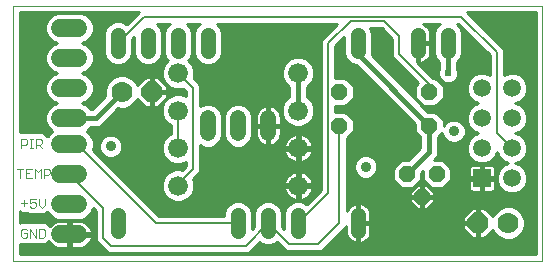
<source format=gtl>
G75*
%MOIN*%
%OFA0B0*%
%FSLAX24Y24*%
%IPPOS*%
%LPD*%
%AMOC8*
5,1,8,0,0,1.08239X$1,22.5*
%
%ADD10C,0.0000*%
%ADD11C,0.0030*%
%ADD12R,0.0594X0.0594*%
%ADD13C,0.0594*%
%ADD14OC8,0.0700*%
%ADD15C,0.0700*%
%ADD16C,0.0660*%
%ADD17OC8,0.0520*%
%ADD18C,0.0520*%
%ADD19C,0.0515*%
%ADD20C,0.0600*%
%ADD21C,0.0060*%
%ADD22C,0.0100*%
%ADD23C,0.0180*%
%ADD24C,0.0240*%
%ADD25C,0.0356*%
D10*
X000175Y000150D02*
X000175Y008646D01*
X017795Y008646D01*
X017795Y000150D01*
X000175Y000150D01*
D11*
X000488Y000915D02*
X000585Y000915D01*
X000633Y000963D01*
X000633Y001060D01*
X000537Y001060D01*
X000633Y001157D02*
X000585Y001205D01*
X000488Y001205D01*
X000440Y001157D01*
X000440Y000963D01*
X000488Y000915D01*
X000735Y000915D02*
X000735Y001205D01*
X000928Y000915D01*
X000928Y001205D01*
X001029Y001205D02*
X001174Y001205D01*
X001223Y001157D01*
X001223Y000963D01*
X001174Y000915D01*
X001029Y000915D01*
X001029Y001205D01*
X001126Y001915D02*
X001223Y002012D01*
X001223Y002205D01*
X001029Y002205D02*
X001029Y002012D01*
X001126Y001915D01*
X000928Y001963D02*
X000880Y001915D01*
X000783Y001915D01*
X000735Y001963D01*
X000735Y002060D02*
X000831Y002108D01*
X000880Y002108D01*
X000928Y002060D01*
X000928Y001963D01*
X000735Y002060D02*
X000735Y002205D01*
X000928Y002205D01*
X000633Y002060D02*
X000440Y002060D01*
X000537Y002157D02*
X000537Y001963D01*
X000610Y002915D02*
X000803Y002915D01*
X000904Y002915D02*
X000904Y003205D01*
X001001Y003108D01*
X001098Y003205D01*
X001098Y002915D01*
X001199Y002915D02*
X001199Y003205D01*
X001344Y003205D01*
X001392Y003157D01*
X001392Y003060D01*
X001344Y003012D01*
X001199Y003012D01*
X000803Y003205D02*
X000610Y003205D01*
X000610Y002915D01*
X000610Y003060D02*
X000706Y003060D01*
X000412Y002915D02*
X000412Y003205D01*
X000508Y003205D02*
X000315Y003205D01*
X000440Y003915D02*
X000440Y004205D01*
X000585Y004205D01*
X000633Y004157D01*
X000633Y004060D01*
X000585Y004012D01*
X000440Y004012D01*
X000735Y003915D02*
X000831Y003915D01*
X000783Y003915D02*
X000783Y004205D01*
X000735Y004205D02*
X000831Y004205D01*
X000931Y004205D02*
X001076Y004205D01*
X001125Y004157D01*
X001125Y004060D01*
X001076Y004012D01*
X000931Y004012D01*
X001028Y004012D02*
X001125Y003915D01*
X000931Y003915D02*
X000931Y004205D01*
D12*
X015800Y002900D03*
D13*
X016800Y002900D03*
X016800Y003900D03*
X015800Y003900D03*
X015800Y004900D03*
X016800Y004900D03*
X016800Y005900D03*
X015800Y005900D03*
D14*
X015675Y001400D03*
X004800Y005775D03*
D15*
X003800Y005775D03*
X016675Y001400D03*
D16*
X009675Y002650D03*
X009675Y003900D03*
X009675Y005150D03*
X009675Y006400D03*
X005675Y006400D03*
X005675Y005150D03*
X005675Y003900D03*
X005675Y002650D03*
D17*
X011050Y004650D03*
X011050Y005775D03*
X014050Y005775D03*
X014050Y004650D03*
X014300Y003025D03*
X013300Y003025D03*
X013800Y002275D03*
D18*
X008675Y004390D02*
X008675Y004910D01*
X007675Y004910D02*
X007675Y004390D01*
X006675Y004390D02*
X006675Y004910D01*
D19*
X006675Y007143D02*
X006675Y007657D01*
X005675Y007657D02*
X005675Y007143D01*
X004675Y007143D02*
X004675Y007657D01*
X003675Y007657D02*
X003675Y007143D01*
X011675Y007143D02*
X011675Y007657D01*
X013675Y007657D02*
X013675Y007143D01*
X014675Y007143D02*
X014675Y007657D01*
X011675Y001657D02*
X011675Y001143D01*
X009675Y001143D02*
X009675Y001657D01*
X008675Y001657D02*
X008675Y001143D01*
X007675Y001143D02*
X007675Y001657D01*
X003675Y001657D02*
X003675Y001143D01*
D20*
X002350Y001025D02*
X001750Y001025D01*
X001750Y002025D02*
X002350Y002025D01*
X002350Y003025D02*
X001750Y003025D01*
X001750Y004025D02*
X002350Y004025D01*
X002350Y004900D02*
X001750Y004900D01*
X001750Y005900D02*
X002350Y005900D01*
X002350Y006900D02*
X001750Y006900D01*
X001750Y007900D02*
X002350Y007900D01*
D21*
X003675Y007400D02*
X004550Y008275D01*
X015113Y008275D01*
X016300Y007088D01*
X016300Y004400D01*
X016800Y003900D01*
X015800Y002900D02*
X015775Y002900D01*
X011050Y001400D02*
X011050Y004650D01*
X013050Y007025D02*
X014050Y006025D01*
X014050Y005775D01*
X013050Y007025D02*
X013050Y007650D01*
X012550Y008150D01*
X011425Y008150D01*
X010675Y007400D01*
X010675Y002400D01*
X009675Y001400D01*
X009375Y000700D02*
X008675Y001400D01*
X007925Y000650D01*
X003425Y000650D01*
X003175Y000900D01*
X003175Y001900D01*
X002050Y003025D01*
X002300Y004025D02*
X004925Y001400D01*
X007675Y001400D01*
X009375Y000700D02*
X010350Y000700D01*
X011050Y001400D01*
X006175Y003200D02*
X006175Y005900D01*
X005675Y006400D01*
X005675Y005150D02*
X005675Y003900D01*
X006175Y003200D02*
X005675Y002700D01*
X005675Y002650D01*
D22*
X006173Y002859D02*
X006215Y002757D01*
X006215Y002543D01*
X006133Y002344D01*
X005981Y002192D01*
X005782Y002110D01*
X005568Y002110D01*
X005369Y002192D01*
X005217Y002344D01*
X005135Y002543D01*
X005135Y002757D01*
X005217Y002956D01*
X005369Y003108D01*
X005568Y003190D01*
X005782Y003190D01*
X005813Y003177D01*
X005935Y003299D01*
X005935Y003423D01*
X005782Y003360D01*
X005568Y003360D01*
X005369Y003442D01*
X005217Y003594D01*
X005135Y003793D01*
X005135Y004007D01*
X005217Y004206D01*
X005369Y004358D01*
X005435Y004385D01*
X005435Y004665D01*
X005369Y004692D01*
X005217Y004844D01*
X005135Y005043D01*
X005135Y005257D01*
X005217Y005456D01*
X005369Y005608D01*
X005568Y005690D01*
X005782Y005690D01*
X005935Y005627D01*
X005935Y005801D01*
X005848Y005887D01*
X005782Y005860D01*
X005568Y005860D01*
X005369Y005942D01*
X005217Y006094D01*
X005135Y006293D01*
X005135Y006507D01*
X005217Y006706D01*
X005334Y006823D01*
X005279Y006878D01*
X005208Y007050D01*
X005208Y007750D01*
X005279Y007922D01*
X005391Y008035D01*
X004959Y008035D01*
X005071Y007922D01*
X005142Y007750D01*
X005142Y007050D01*
X005071Y006878D01*
X004940Y006746D01*
X004768Y006675D01*
X004582Y006675D01*
X004410Y006746D01*
X004279Y006878D01*
X004208Y007050D01*
X004208Y007593D01*
X004142Y007528D01*
X004142Y007050D01*
X004071Y006878D01*
X003940Y006746D01*
X003768Y006675D01*
X003582Y006675D01*
X003410Y006746D01*
X003279Y006878D01*
X003208Y007050D01*
X003208Y007750D01*
X003279Y007922D01*
X003410Y008054D01*
X003582Y008125D01*
X003768Y008125D01*
X003940Y008054D01*
X003965Y008029D01*
X004372Y008436D01*
X000385Y008436D01*
X000385Y004430D01*
X001169Y004430D01*
X001218Y004382D01*
X001308Y004291D01*
X001318Y004314D01*
X001461Y004457D01*
X001474Y004463D01*
X001461Y004468D01*
X001318Y004611D01*
X001240Y004799D01*
X001240Y005001D01*
X001318Y005189D01*
X001461Y005332D01*
X001624Y005400D01*
X001461Y005468D01*
X001318Y005611D01*
X001240Y005799D01*
X001240Y006001D01*
X001318Y006189D01*
X001461Y006332D01*
X001624Y006400D01*
X001461Y006468D01*
X001318Y006611D01*
X001240Y006799D01*
X001240Y007001D01*
X001318Y007189D01*
X001461Y007332D01*
X001624Y007400D01*
X001461Y007468D01*
X001318Y007611D01*
X001240Y007799D01*
X001240Y008001D01*
X001318Y008189D01*
X001461Y008332D01*
X001649Y008410D01*
X002451Y008410D01*
X002639Y008332D01*
X002782Y008189D01*
X002860Y008001D01*
X002860Y007799D01*
X002782Y007611D01*
X002639Y007468D01*
X002476Y007400D01*
X002639Y007332D01*
X002782Y007189D01*
X002860Y007001D01*
X002860Y006799D01*
X002782Y006611D01*
X002639Y006468D01*
X002476Y006400D01*
X002639Y006332D01*
X002782Y006189D01*
X002860Y006001D01*
X002860Y005799D01*
X002782Y005611D01*
X002639Y005468D01*
X002476Y005400D01*
X002639Y005332D01*
X002771Y005200D01*
X002801Y005200D01*
X003247Y005646D01*
X003240Y005664D01*
X003240Y005886D01*
X003325Y006092D01*
X003483Y006250D01*
X003689Y006335D01*
X003911Y006335D01*
X004117Y006250D01*
X004275Y006092D01*
X004314Y005996D01*
X004593Y006275D01*
X004770Y006275D01*
X004770Y005805D01*
X004830Y005805D01*
X004830Y006275D01*
X005007Y006275D01*
X005300Y005982D01*
X005300Y005805D01*
X004830Y005805D01*
X004830Y005745D01*
X005300Y005745D01*
X005300Y005568D01*
X005329Y005568D01*
X005300Y005568D02*
X005007Y005275D01*
X004830Y005275D01*
X004830Y005745D01*
X004770Y005745D01*
X004770Y005275D01*
X004593Y005275D01*
X004314Y005554D01*
X004275Y005458D01*
X004117Y005300D01*
X003911Y005215D01*
X003689Y005215D01*
X003671Y005222D01*
X003095Y004646D01*
X002985Y004600D01*
X002771Y004600D01*
X002639Y004468D01*
X002626Y004463D01*
X002639Y004457D01*
X002782Y004314D01*
X002860Y004126D01*
X002860Y003924D01*
X002825Y003839D01*
X005024Y001640D01*
X007208Y001640D01*
X007208Y001750D01*
X007279Y001922D01*
X007410Y002054D01*
X007582Y002125D01*
X007768Y002125D01*
X007940Y002054D01*
X008071Y001922D01*
X008142Y001750D01*
X008142Y001207D01*
X008208Y001272D01*
X008208Y001750D01*
X008279Y001922D01*
X008410Y002054D01*
X008582Y002125D01*
X008768Y002125D01*
X008940Y002054D01*
X009071Y001922D01*
X009142Y001750D01*
X009142Y001272D01*
X009208Y001207D01*
X009208Y001750D01*
X009279Y001922D01*
X009410Y002054D01*
X009582Y002125D01*
X009768Y002125D01*
X009940Y002054D01*
X009965Y002029D01*
X010435Y002499D01*
X010435Y007448D01*
X010472Y007536D01*
X010971Y008035D01*
X006959Y008035D01*
X007071Y007922D01*
X007142Y007750D01*
X007142Y007050D01*
X007071Y006878D01*
X006940Y006746D01*
X006768Y006675D01*
X006582Y006675D01*
X006410Y006746D01*
X006279Y006878D01*
X006208Y007050D01*
X006208Y007750D01*
X006279Y007922D01*
X006391Y008035D01*
X005959Y008035D01*
X006071Y007922D01*
X006142Y007750D01*
X006142Y007050D01*
X006071Y006878D01*
X006016Y006823D01*
X006133Y006706D01*
X006215Y006507D01*
X006215Y006293D01*
X006188Y006227D01*
X006378Y006036D01*
X006415Y005948D01*
X006415Y005311D01*
X006582Y005380D01*
X006768Y005380D01*
X006941Y005308D01*
X007073Y005176D01*
X007145Y005003D01*
X007145Y004297D01*
X007073Y004124D01*
X006941Y003992D01*
X006768Y003920D01*
X006582Y003920D01*
X006415Y003989D01*
X006415Y003152D01*
X006378Y003064D01*
X006311Y002997D01*
X006173Y002859D01*
X006193Y002810D02*
X009222Y002810D01*
X009230Y002834D02*
X009207Y002762D01*
X009197Y002700D01*
X009625Y002700D01*
X009625Y003128D01*
X009563Y003118D01*
X009491Y003095D01*
X009423Y003061D01*
X009362Y003016D01*
X009309Y002963D01*
X009264Y002902D01*
X009230Y002834D01*
X009270Y002909D02*
X006223Y002909D01*
X006321Y003007D02*
X009353Y003007D01*
X009524Y003106D02*
X006396Y003106D01*
X006415Y003204D02*
X010435Y003204D01*
X010435Y003106D02*
X009826Y003106D01*
X009859Y003095D02*
X009787Y003118D01*
X009725Y003128D01*
X009725Y002700D01*
X010153Y002700D01*
X010143Y002762D01*
X010120Y002834D01*
X010086Y002902D01*
X010041Y002963D01*
X009988Y003016D01*
X009927Y003061D01*
X009859Y003095D01*
X009725Y003106D02*
X009625Y003106D01*
X009625Y003007D02*
X009725Y003007D01*
X009725Y002909D02*
X009625Y002909D01*
X009625Y002810D02*
X009725Y002810D01*
X009725Y002712D02*
X009625Y002712D01*
X009625Y002700D02*
X009725Y002700D01*
X009725Y002600D01*
X010153Y002600D01*
X010143Y002538D01*
X010120Y002466D01*
X010086Y002398D01*
X010041Y002337D01*
X009988Y002284D01*
X009927Y002239D01*
X009859Y002205D01*
X009787Y002182D01*
X009725Y002172D01*
X009725Y002600D01*
X009625Y002600D01*
X009625Y002172D01*
X009563Y002182D01*
X009491Y002205D01*
X009423Y002239D01*
X009362Y002284D01*
X009309Y002337D01*
X009264Y002398D01*
X009230Y002466D01*
X009207Y002538D01*
X009197Y002600D01*
X009625Y002600D01*
X009625Y002700D01*
X009625Y002613D02*
X006215Y002613D01*
X006215Y002712D02*
X009199Y002712D01*
X009214Y002515D02*
X006203Y002515D01*
X006163Y002416D02*
X009256Y002416D01*
X009329Y002318D02*
X006106Y002318D01*
X006008Y002219D02*
X009464Y002219D01*
X009571Y002121D02*
X008779Y002121D01*
X008571Y002121D02*
X007779Y002121D01*
X007571Y002121D02*
X005808Y002121D01*
X005542Y002121D02*
X004544Y002121D01*
X004445Y002219D02*
X005342Y002219D01*
X005244Y002318D02*
X004347Y002318D01*
X004248Y002416D02*
X005187Y002416D01*
X005147Y002515D02*
X004150Y002515D01*
X004051Y002613D02*
X005135Y002613D01*
X005135Y002712D02*
X003953Y002712D01*
X003854Y002810D02*
X005157Y002810D01*
X005198Y002909D02*
X003756Y002909D01*
X003657Y003007D02*
X005268Y003007D01*
X005367Y003106D02*
X003559Y003106D01*
X003460Y003204D02*
X005840Y003204D01*
X005935Y003303D02*
X003362Y003303D01*
X003263Y003401D02*
X005469Y003401D01*
X005312Y003500D02*
X003165Y003500D01*
X003066Y003598D02*
X003291Y003598D01*
X003348Y003574D02*
X003502Y003574D01*
X003645Y003633D01*
X003754Y003743D01*
X003813Y003885D01*
X003813Y004040D01*
X003754Y004182D01*
X003645Y004292D01*
X003502Y004351D01*
X003348Y004351D01*
X003205Y004292D01*
X003096Y004182D01*
X003037Y004040D01*
X003037Y003885D01*
X003096Y003743D01*
X003205Y003633D01*
X003348Y003574D01*
X003559Y003598D02*
X005216Y003598D01*
X005175Y003697D02*
X003708Y003697D01*
X003776Y003795D02*
X005135Y003795D01*
X005135Y003894D02*
X003813Y003894D01*
X003813Y003992D02*
X005135Y003992D01*
X005169Y004091D02*
X003792Y004091D01*
X003747Y004189D02*
X005210Y004189D01*
X005299Y004288D02*
X003649Y004288D01*
X003201Y004288D02*
X002793Y004288D01*
X002834Y004189D02*
X003103Y004189D01*
X003058Y004091D02*
X002860Y004091D01*
X002860Y003992D02*
X003037Y003992D01*
X003037Y003894D02*
X002848Y003894D01*
X002869Y003795D02*
X003074Y003795D01*
X003142Y003697D02*
X002968Y003697D01*
X002300Y004025D02*
X002050Y004025D01*
X002710Y004386D02*
X005435Y004386D01*
X005435Y004485D02*
X002656Y004485D01*
X002754Y004583D02*
X005435Y004583D01*
X005395Y004682D02*
X003131Y004682D01*
X003229Y004780D02*
X005281Y004780D01*
X005203Y004879D02*
X003328Y004879D01*
X003426Y004977D02*
X005162Y004977D01*
X005135Y005076D02*
X003525Y005076D01*
X003623Y005174D02*
X005135Y005174D01*
X005141Y005273D02*
X004050Y005273D01*
X004188Y005371D02*
X004497Y005371D01*
X004398Y005470D02*
X004280Y005470D01*
X004770Y005470D02*
X004830Y005470D01*
X004830Y005568D02*
X004770Y005568D01*
X004770Y005667D02*
X004830Y005667D01*
X004830Y005765D02*
X005935Y005765D01*
X005935Y005667D02*
X005839Y005667D01*
X005872Y005864D02*
X005791Y005864D01*
X005559Y005864D02*
X005300Y005864D01*
X005300Y005962D02*
X005349Y005962D01*
X005251Y006061D02*
X005222Y006061D01*
X005190Y006159D02*
X005123Y006159D01*
X005150Y006258D02*
X005025Y006258D01*
X005135Y006356D02*
X002582Y006356D01*
X002607Y006455D02*
X005135Y006455D01*
X005154Y006553D02*
X002724Y006553D01*
X002799Y006652D02*
X005195Y006652D01*
X005261Y006750D02*
X004944Y006750D01*
X005042Y006849D02*
X005308Y006849D01*
X005250Y006947D02*
X005100Y006947D01*
X005141Y007046D02*
X005209Y007046D01*
X005208Y007144D02*
X005142Y007144D01*
X005142Y007243D02*
X005208Y007243D01*
X005208Y007341D02*
X005142Y007341D01*
X005142Y007440D02*
X005208Y007440D01*
X005208Y007538D02*
X005142Y007538D01*
X005142Y007637D02*
X005208Y007637D01*
X005208Y007735D02*
X005142Y007735D01*
X005108Y007834D02*
X005242Y007834D01*
X005288Y007932D02*
X005062Y007932D01*
X004963Y008031D02*
X005387Y008031D01*
X005963Y008031D02*
X006387Y008031D01*
X006288Y007932D02*
X006062Y007932D01*
X006108Y007834D02*
X006242Y007834D01*
X006208Y007735D02*
X006142Y007735D01*
X006142Y007637D02*
X006208Y007637D01*
X006208Y007538D02*
X006142Y007538D01*
X006142Y007440D02*
X006208Y007440D01*
X006208Y007341D02*
X006142Y007341D01*
X006142Y007243D02*
X006208Y007243D01*
X006208Y007144D02*
X006142Y007144D01*
X006141Y007046D02*
X006209Y007046D01*
X006250Y006947D02*
X006100Y006947D01*
X006042Y006849D02*
X006308Y006849D01*
X006406Y006750D02*
X006089Y006750D01*
X006155Y006652D02*
X009195Y006652D01*
X009217Y006706D02*
X009135Y006507D01*
X009135Y006293D01*
X009217Y006094D01*
X009369Y005942D01*
X009375Y005940D01*
X009375Y005610D01*
X009369Y005608D01*
X009217Y005456D01*
X009135Y005257D01*
X009135Y005043D01*
X009217Y004844D01*
X009369Y004692D01*
X009568Y004610D01*
X009782Y004610D01*
X009981Y004692D01*
X010133Y004844D01*
X010215Y005043D01*
X010215Y005257D01*
X010133Y005456D01*
X009981Y005608D01*
X009975Y005610D01*
X009975Y005940D01*
X009981Y005942D01*
X010133Y006094D01*
X010215Y006293D01*
X010215Y006507D01*
X010133Y006706D01*
X009981Y006858D01*
X009782Y006940D01*
X009568Y006940D01*
X009369Y006858D01*
X009217Y006706D01*
X009261Y006750D02*
X006944Y006750D01*
X007042Y006849D02*
X009360Y006849D01*
X009154Y006553D02*
X006196Y006553D01*
X006215Y006455D02*
X009135Y006455D01*
X009135Y006356D02*
X006215Y006356D01*
X006200Y006258D02*
X009150Y006258D01*
X009190Y006159D02*
X006255Y006159D01*
X006354Y006061D02*
X009251Y006061D01*
X009349Y005962D02*
X006409Y005962D01*
X006415Y005864D02*
X009375Y005864D01*
X009375Y005765D02*
X006415Y005765D01*
X006415Y005667D02*
X009375Y005667D01*
X009329Y005568D02*
X006415Y005568D01*
X006415Y005470D02*
X009231Y005470D01*
X009182Y005371D02*
X007790Y005371D01*
X007768Y005380D02*
X007941Y005308D01*
X008073Y005176D01*
X008145Y005003D01*
X008145Y004297D01*
X008073Y004124D01*
X007941Y003992D01*
X007768Y003920D01*
X007582Y003920D01*
X007409Y003992D01*
X007277Y004124D01*
X007205Y004297D01*
X007205Y005003D01*
X007277Y005176D01*
X007409Y005308D01*
X007582Y005380D01*
X007768Y005380D01*
X007560Y005371D02*
X006790Y005371D01*
X006560Y005371D02*
X006415Y005371D01*
X006977Y005273D02*
X007373Y005273D01*
X007276Y005174D02*
X007074Y005174D01*
X007115Y005076D02*
X007235Y005076D01*
X007205Y004977D02*
X007145Y004977D01*
X007145Y004879D02*
X007205Y004879D01*
X007205Y004780D02*
X007145Y004780D01*
X007145Y004682D02*
X007205Y004682D01*
X007205Y004583D02*
X007145Y004583D01*
X007145Y004485D02*
X007205Y004485D01*
X007205Y004386D02*
X007145Y004386D01*
X007141Y004288D02*
X007209Y004288D01*
X007250Y004189D02*
X007100Y004189D01*
X007040Y004091D02*
X007310Y004091D01*
X007408Y003992D02*
X006942Y003992D01*
X006415Y003894D02*
X009625Y003894D01*
X009625Y003850D02*
X009625Y003950D01*
X009625Y004378D01*
X009563Y004368D01*
X009491Y004345D01*
X009423Y004311D01*
X009362Y004266D01*
X009309Y004213D01*
X009264Y004152D01*
X009230Y004084D01*
X009207Y004012D01*
X009197Y003950D01*
X009625Y003950D01*
X009725Y003950D01*
X010153Y003950D01*
X010143Y004012D01*
X010120Y004084D01*
X010086Y004152D01*
X010041Y004213D01*
X009988Y004266D01*
X009927Y004311D01*
X009859Y004345D01*
X009787Y004368D01*
X009725Y004378D01*
X009725Y003950D01*
X009725Y003850D01*
X010153Y003850D01*
X010143Y003788D01*
X010120Y003716D01*
X010086Y003648D01*
X010041Y003587D01*
X009988Y003534D01*
X009927Y003489D01*
X009859Y003455D01*
X009787Y003432D01*
X009725Y003422D01*
X009725Y003850D01*
X009625Y003850D01*
X009625Y003422D01*
X009563Y003432D01*
X009491Y003455D01*
X009423Y003489D01*
X009362Y003534D01*
X009309Y003587D01*
X009264Y003648D01*
X009230Y003716D01*
X009207Y003788D01*
X009197Y003850D01*
X009625Y003850D01*
X009625Y003795D02*
X009725Y003795D01*
X009725Y003697D02*
X009625Y003697D01*
X009625Y003598D02*
X009725Y003598D01*
X009725Y003500D02*
X009625Y003500D01*
X009940Y003500D02*
X010435Y003500D01*
X010435Y003598D02*
X010049Y003598D01*
X010110Y003697D02*
X010435Y003697D01*
X010435Y003795D02*
X010144Y003795D01*
X010435Y003894D02*
X009725Y003894D01*
X009725Y003992D02*
X009625Y003992D01*
X009625Y004091D02*
X009725Y004091D01*
X009725Y004189D02*
X009625Y004189D01*
X009625Y004288D02*
X009725Y004288D01*
X009958Y004288D02*
X010435Y004288D01*
X010435Y004386D02*
X009085Y004386D01*
X009085Y004358D02*
X009085Y004620D01*
X008705Y004620D01*
X008705Y004680D01*
X008645Y004680D01*
X008645Y005320D01*
X008643Y005320D01*
X008579Y005310D01*
X008518Y005290D01*
X008460Y005261D01*
X008408Y005223D01*
X008362Y005177D01*
X008324Y005125D01*
X008295Y005067D01*
X008275Y005006D01*
X008265Y004942D01*
X008265Y004680D01*
X008645Y004680D01*
X008645Y004620D01*
X008265Y004620D01*
X008265Y004358D01*
X008275Y004294D01*
X008295Y004233D01*
X008324Y004175D01*
X008362Y004123D01*
X008408Y004077D01*
X008460Y004039D01*
X008518Y004010D01*
X008579Y003990D01*
X008643Y003980D01*
X008645Y003980D01*
X008645Y004620D01*
X008705Y004620D01*
X008705Y003980D01*
X008707Y003980D01*
X008771Y003990D01*
X008832Y004010D01*
X008890Y004039D01*
X008942Y004077D01*
X008988Y004123D01*
X009026Y004175D01*
X009055Y004233D01*
X009075Y004294D01*
X009085Y004358D01*
X009073Y004288D02*
X009392Y004288D01*
X009292Y004189D02*
X009033Y004189D01*
X008955Y004091D02*
X009233Y004091D01*
X009204Y003992D02*
X008777Y003992D01*
X008705Y003992D02*
X008645Y003992D01*
X008573Y003992D02*
X007942Y003992D01*
X008040Y004091D02*
X008395Y004091D01*
X008317Y004189D02*
X008100Y004189D01*
X008141Y004288D02*
X008277Y004288D01*
X008265Y004386D02*
X008145Y004386D01*
X008145Y004485D02*
X008265Y004485D01*
X008265Y004583D02*
X008145Y004583D01*
X008145Y004682D02*
X008265Y004682D01*
X008265Y004780D02*
X008145Y004780D01*
X008145Y004879D02*
X008265Y004879D01*
X008271Y004977D02*
X008145Y004977D01*
X008115Y005076D02*
X008299Y005076D01*
X008360Y005174D02*
X008074Y005174D01*
X007977Y005273D02*
X008483Y005273D01*
X008645Y005273D02*
X008705Y005273D01*
X008705Y005320D02*
X008705Y004680D01*
X009085Y004680D01*
X009085Y004942D01*
X009075Y005006D01*
X009055Y005067D01*
X009026Y005125D01*
X008988Y005177D01*
X008942Y005223D01*
X008890Y005261D01*
X008832Y005290D01*
X008771Y005310D01*
X008707Y005320D01*
X008705Y005320D01*
X008867Y005273D02*
X009141Y005273D01*
X009135Y005174D02*
X008990Y005174D01*
X009051Y005076D02*
X009135Y005076D01*
X009162Y004977D02*
X009079Y004977D01*
X009085Y004879D02*
X009203Y004879D01*
X009281Y004780D02*
X009085Y004780D01*
X009085Y004682D02*
X009395Y004682D01*
X009085Y004583D02*
X010435Y004583D01*
X010435Y004682D02*
X009955Y004682D01*
X010069Y004780D02*
X010435Y004780D01*
X010435Y004879D02*
X010147Y004879D01*
X010188Y004977D02*
X010435Y004977D01*
X010435Y005076D02*
X010215Y005076D01*
X010215Y005174D02*
X010435Y005174D01*
X010435Y005273D02*
X010209Y005273D01*
X010168Y005371D02*
X010435Y005371D01*
X010435Y005470D02*
X010119Y005470D01*
X010021Y005568D02*
X010435Y005568D01*
X010435Y005667D02*
X009975Y005667D01*
X009975Y005765D02*
X010435Y005765D01*
X010435Y005864D02*
X009975Y005864D01*
X010001Y005962D02*
X010435Y005962D01*
X010435Y006061D02*
X010099Y006061D01*
X010160Y006159D02*
X010435Y006159D01*
X010435Y006258D02*
X010200Y006258D01*
X010215Y006356D02*
X010435Y006356D01*
X010435Y006455D02*
X010215Y006455D01*
X010196Y006553D02*
X010435Y006553D01*
X010435Y006652D02*
X010155Y006652D01*
X010089Y006750D02*
X010435Y006750D01*
X010435Y006849D02*
X009990Y006849D01*
X010435Y006947D02*
X007100Y006947D01*
X007141Y007046D02*
X010435Y007046D01*
X010435Y007144D02*
X007142Y007144D01*
X007142Y007243D02*
X010435Y007243D01*
X010435Y007341D02*
X007142Y007341D01*
X007142Y007440D02*
X010435Y007440D01*
X010474Y007538D02*
X007142Y007538D01*
X007142Y007637D02*
X010572Y007637D01*
X010671Y007735D02*
X007142Y007735D01*
X007108Y007834D02*
X010769Y007834D01*
X010868Y007932D02*
X007062Y007932D01*
X006963Y008031D02*
X010966Y008031D01*
X011208Y007593D02*
X011208Y007050D01*
X011279Y006878D01*
X011410Y006746D01*
X011582Y006675D01*
X011601Y006675D01*
X013580Y004696D01*
X013580Y004455D01*
X013750Y004285D01*
X013750Y003899D01*
X013346Y003495D01*
X013105Y003495D01*
X012830Y003220D01*
X012830Y002830D01*
X013105Y002555D01*
X013495Y002555D01*
X013770Y002830D01*
X013770Y003071D01*
X013830Y003131D01*
X013830Y002830D01*
X014105Y002555D01*
X014495Y002555D01*
X014770Y002830D01*
X014770Y003220D01*
X014495Y003495D01*
X014194Y003495D01*
X014304Y003605D01*
X014350Y003715D01*
X014350Y004285D01*
X014474Y004410D01*
X014474Y004385D01*
X014533Y004243D01*
X014643Y004133D01*
X014785Y004074D01*
X014940Y004074D01*
X015082Y004133D01*
X015192Y004243D01*
X015251Y004385D01*
X015251Y004540D01*
X015192Y004682D01*
X015342Y004682D01*
X015370Y004613D02*
X015513Y004470D01*
X015683Y004400D01*
X015513Y004330D01*
X015370Y004187D01*
X015293Y004001D01*
X015293Y003799D01*
X015370Y003613D01*
X015513Y003470D01*
X015699Y003393D01*
X015901Y003393D01*
X016087Y003470D01*
X016230Y003613D01*
X016300Y003783D01*
X016370Y003613D01*
X016513Y003470D01*
X016683Y003400D01*
X016513Y003330D01*
X016370Y003187D01*
X016293Y003001D01*
X016293Y002799D01*
X016370Y002613D01*
X016247Y002613D01*
X016247Y002583D02*
X016247Y002852D01*
X015848Y002852D01*
X015848Y002948D01*
X016247Y002948D01*
X016247Y003217D01*
X016237Y003255D01*
X016217Y003289D01*
X016189Y003317D01*
X016155Y003337D01*
X016117Y003347D01*
X015848Y003347D01*
X015848Y002948D01*
X015752Y002948D01*
X015752Y002852D01*
X015848Y002852D01*
X015848Y002453D01*
X016117Y002453D01*
X016155Y002463D01*
X016189Y002483D01*
X016217Y002511D01*
X016237Y002545D01*
X016247Y002583D01*
X016219Y002515D02*
X016469Y002515D01*
X016513Y002470D02*
X016370Y002613D01*
X016329Y002712D02*
X016247Y002712D01*
X016247Y002810D02*
X016293Y002810D01*
X016293Y002909D02*
X015848Y002909D01*
X015752Y002909D02*
X014770Y002909D01*
X014770Y003007D02*
X015353Y003007D01*
X015353Y002948D02*
X015752Y002948D01*
X015752Y003347D01*
X015483Y003347D01*
X015445Y003337D01*
X015411Y003317D01*
X015383Y003289D01*
X015363Y003255D01*
X015353Y003217D01*
X015353Y002948D01*
X015353Y002852D02*
X015353Y002583D01*
X015363Y002545D01*
X015383Y002511D01*
X015411Y002483D01*
X015445Y002463D01*
X015483Y002453D01*
X015752Y002453D01*
X015752Y002852D01*
X015353Y002852D01*
X015353Y002810D02*
X014750Y002810D01*
X014651Y002712D02*
X015353Y002712D01*
X015353Y002613D02*
X014553Y002613D01*
X014210Y002445D02*
X013970Y002685D01*
X013830Y002685D01*
X013830Y002305D01*
X014210Y002305D01*
X014210Y002445D01*
X014210Y002416D02*
X016644Y002416D01*
X016699Y002393D02*
X016513Y002470D01*
X016699Y002393D02*
X016901Y002393D01*
X017087Y002470D01*
X017230Y002613D01*
X017585Y002613D01*
X017585Y002515D02*
X017131Y002515D01*
X017230Y002613D02*
X017307Y002799D01*
X017307Y003001D01*
X017230Y003187D01*
X017087Y003330D01*
X016917Y003400D01*
X017087Y003470D01*
X017230Y003613D01*
X017307Y003799D01*
X017307Y004001D01*
X017230Y004187D01*
X017087Y004330D01*
X016917Y004400D01*
X017087Y004470D01*
X017230Y004613D01*
X017307Y004799D01*
X017307Y005001D01*
X017230Y005187D01*
X017087Y005330D01*
X016917Y005400D01*
X017087Y005470D01*
X017230Y005613D01*
X017307Y005799D01*
X017307Y006001D01*
X017230Y006187D01*
X017087Y006330D01*
X016901Y006407D01*
X016699Y006407D01*
X016540Y006341D01*
X016540Y007135D01*
X016503Y007223D01*
X015291Y008436D01*
X017585Y008436D01*
X017585Y000360D01*
X000385Y000360D01*
X000385Y000700D01*
X000395Y000690D01*
X000584Y000690D01*
X000678Y000690D01*
X000678Y000690D01*
X000828Y000690D01*
X000831Y000694D01*
X000835Y000690D01*
X000906Y000690D01*
X000975Y000676D01*
X000996Y000690D01*
X001173Y000690D01*
X001268Y000690D01*
X001316Y000738D01*
X001366Y000788D01*
X001407Y000732D01*
X001457Y000682D01*
X001514Y000640D01*
X001577Y000608D01*
X001645Y000586D01*
X001715Y000575D01*
X002000Y000575D01*
X002000Y000975D01*
X002100Y000975D01*
X002100Y001075D01*
X002000Y001075D01*
X002000Y001475D01*
X001715Y001475D01*
X001645Y001464D01*
X001577Y001442D01*
X001514Y001410D01*
X001457Y001368D01*
X001407Y001318D01*
X001395Y001302D01*
X001268Y001430D01*
X000835Y001430D01*
X000831Y001427D01*
X000828Y001430D01*
X000757Y001430D01*
X000687Y001444D01*
X000667Y001430D01*
X000582Y001430D01*
X000582Y001430D01*
X000487Y001430D01*
X000395Y001430D01*
X000385Y001420D01*
X000385Y001797D01*
X000444Y001738D01*
X000630Y001738D01*
X000636Y001744D01*
X000690Y001690D01*
X000881Y001690D01*
X000973Y001690D01*
X001003Y001720D01*
X001033Y001690D01*
X001219Y001690D01*
X001294Y001765D01*
X001302Y001773D01*
X001318Y001736D01*
X001461Y001593D01*
X001649Y001515D01*
X002451Y001515D01*
X002639Y001593D01*
X002782Y001736D01*
X002846Y001890D01*
X002935Y001801D01*
X002935Y000852D01*
X002972Y000764D01*
X003222Y000514D01*
X003289Y000447D01*
X003377Y000410D01*
X007973Y000410D01*
X008061Y000447D01*
X008385Y000771D01*
X008410Y000746D01*
X008582Y000675D01*
X008768Y000675D01*
X008940Y000746D01*
X008965Y000771D01*
X009172Y000564D01*
X009239Y000497D01*
X009327Y000460D01*
X010398Y000460D01*
X010486Y000497D01*
X011186Y001197D01*
X011253Y001264D01*
X011268Y001298D01*
X011268Y001110D01*
X011278Y001047D01*
X011297Y000986D01*
X011326Y000929D01*
X011364Y000877D01*
X011410Y000832D01*
X011461Y000794D01*
X011519Y000765D01*
X011580Y000745D01*
X011643Y000735D01*
X011646Y000735D01*
X011646Y001371D01*
X011704Y001371D01*
X011704Y001429D01*
X011646Y001429D01*
X011646Y002065D01*
X011643Y002065D01*
X011580Y002055D01*
X011519Y002035D01*
X011461Y002006D01*
X011410Y001968D01*
X011364Y001923D01*
X011326Y001871D01*
X011297Y001814D01*
X011290Y001791D01*
X011290Y004225D01*
X011520Y004455D01*
X011520Y004845D01*
X011245Y005120D01*
X010915Y005120D01*
X010915Y005305D01*
X011245Y005305D01*
X011520Y005580D01*
X011520Y005970D01*
X011245Y006245D01*
X010915Y006245D01*
X010915Y007301D01*
X011208Y007593D01*
X011208Y007538D02*
X011152Y007538D01*
X011208Y007440D02*
X011054Y007440D01*
X010955Y007341D02*
X011208Y007341D01*
X011208Y007243D02*
X010915Y007243D01*
X010915Y007144D02*
X011208Y007144D01*
X011209Y007046D02*
X010915Y007046D01*
X010915Y006947D02*
X011250Y006947D01*
X011308Y006849D02*
X010915Y006849D01*
X010915Y006750D02*
X011406Y006750D01*
X011624Y006652D02*
X010915Y006652D01*
X010915Y006553D02*
X011723Y006553D01*
X011821Y006455D02*
X010915Y006455D01*
X010915Y006356D02*
X011920Y006356D01*
X012018Y006258D02*
X010915Y006258D01*
X011331Y006159D02*
X012117Y006159D01*
X012215Y006061D02*
X011429Y006061D01*
X011520Y005962D02*
X012314Y005962D01*
X012412Y005864D02*
X011520Y005864D01*
X011520Y005765D02*
X012511Y005765D01*
X012609Y005667D02*
X011520Y005667D01*
X011508Y005568D02*
X012708Y005568D01*
X012806Y005470D02*
X011409Y005470D01*
X011311Y005371D02*
X012905Y005371D01*
X013003Y005273D02*
X010915Y005273D01*
X010915Y005174D02*
X013102Y005174D01*
X013200Y005076D02*
X011289Y005076D01*
X011388Y004977D02*
X013299Y004977D01*
X013397Y004879D02*
X011486Y004879D01*
X011520Y004780D02*
X013496Y004780D01*
X013580Y004682D02*
X011520Y004682D01*
X011520Y004583D02*
X013580Y004583D01*
X013580Y004485D02*
X011520Y004485D01*
X011451Y004386D02*
X013649Y004386D01*
X013748Y004288D02*
X011352Y004288D01*
X011290Y004189D02*
X013750Y004189D01*
X013750Y004091D02*
X011290Y004091D01*
X011290Y003992D02*
X013750Y003992D01*
X013744Y003894D02*
X011290Y003894D01*
X011290Y003795D02*
X013646Y003795D01*
X013547Y003697D02*
X011290Y003697D01*
X011290Y003598D02*
X011699Y003598D01*
X011705Y003604D02*
X011596Y003495D01*
X011537Y003352D01*
X011537Y003198D01*
X011596Y003055D01*
X011705Y002946D01*
X011848Y002887D01*
X012002Y002887D01*
X012145Y002946D01*
X012254Y003055D01*
X012313Y003198D01*
X012313Y003352D01*
X012254Y003495D01*
X012145Y003604D01*
X012002Y003663D01*
X011848Y003663D01*
X011705Y003604D01*
X011601Y003500D02*
X011290Y003500D01*
X011290Y003401D02*
X011557Y003401D01*
X011537Y003303D02*
X011290Y003303D01*
X011290Y003204D02*
X011537Y003204D01*
X011575Y003106D02*
X011290Y003106D01*
X011290Y003007D02*
X011644Y003007D01*
X011796Y002909D02*
X011290Y002909D01*
X011290Y002810D02*
X012850Y002810D01*
X012949Y002712D02*
X011290Y002712D01*
X011290Y002613D02*
X013047Y002613D01*
X013390Y002445D02*
X013390Y002305D01*
X013770Y002305D01*
X013770Y002685D01*
X013630Y002685D01*
X013390Y002445D01*
X013390Y002416D02*
X011290Y002416D01*
X011290Y002318D02*
X013390Y002318D01*
X013390Y002245D02*
X013390Y002105D01*
X013630Y001865D01*
X013770Y001865D01*
X013770Y002245D01*
X013830Y002245D01*
X013830Y002305D01*
X013770Y002305D01*
X013770Y002245D01*
X013390Y002245D01*
X013390Y002219D02*
X011290Y002219D01*
X011290Y002121D02*
X013390Y002121D01*
X013473Y002022D02*
X011857Y002022D01*
X011831Y002035D02*
X011889Y002006D01*
X011940Y001968D01*
X011986Y001923D01*
X012024Y001871D01*
X012053Y001814D01*
X012072Y001753D01*
X012082Y001690D01*
X012082Y001429D01*
X011704Y001429D01*
X011704Y002065D01*
X011707Y002065D01*
X011770Y002055D01*
X011831Y002035D01*
X011704Y002022D02*
X011646Y002022D01*
X011646Y001924D02*
X011704Y001924D01*
X011704Y001825D02*
X011646Y001825D01*
X011646Y001727D02*
X011704Y001727D01*
X011704Y001628D02*
X011646Y001628D01*
X011646Y001530D02*
X011704Y001530D01*
X011704Y001431D02*
X011646Y001431D01*
X011704Y001371D02*
X012082Y001371D01*
X012082Y001110D01*
X012072Y001047D01*
X012053Y000986D01*
X012024Y000929D01*
X011986Y000877D01*
X011940Y000832D01*
X011889Y000794D01*
X011831Y000765D01*
X011770Y000745D01*
X011707Y000735D01*
X011704Y000735D01*
X011704Y001371D01*
X011704Y001333D02*
X011646Y001333D01*
X011646Y001234D02*
X011704Y001234D01*
X011704Y001136D02*
X011646Y001136D01*
X011646Y001037D02*
X011704Y001037D01*
X011704Y000939D02*
X011646Y000939D01*
X011646Y000840D02*
X011704Y000840D01*
X011704Y000742D02*
X011646Y000742D01*
X011602Y000742D02*
X010731Y000742D01*
X010829Y000840D02*
X011401Y000840D01*
X011322Y000939D02*
X010928Y000939D01*
X011026Y001037D02*
X011281Y001037D01*
X011268Y001136D02*
X011125Y001136D01*
X011223Y001234D02*
X011268Y001234D01*
X012082Y001234D02*
X015175Y001234D01*
X015175Y001193D02*
X015468Y000900D01*
X015645Y000900D01*
X015645Y001370D01*
X015705Y001370D01*
X015705Y000900D01*
X015882Y000900D01*
X016161Y001179D01*
X016200Y001083D01*
X016358Y000925D01*
X016564Y000840D01*
X016786Y000840D01*
X016992Y000925D01*
X017150Y001083D01*
X017235Y001289D01*
X017235Y001511D01*
X017150Y001717D01*
X016992Y001875D01*
X016786Y001960D01*
X016564Y001960D01*
X016358Y001875D01*
X016200Y001717D01*
X016161Y001621D01*
X015882Y001900D01*
X015705Y001900D01*
X015705Y001430D01*
X015645Y001430D01*
X015645Y001900D01*
X015468Y001900D01*
X015175Y001607D01*
X015175Y001430D01*
X015645Y001430D01*
X015645Y001370D01*
X015175Y001370D01*
X015175Y001193D01*
X015232Y001136D02*
X012082Y001136D01*
X012069Y001037D02*
X015331Y001037D01*
X015429Y000939D02*
X012028Y000939D01*
X011949Y000840D02*
X016564Y000840D01*
X016786Y000840D02*
X017585Y000840D01*
X017585Y000742D02*
X011748Y000742D01*
X010632Y000643D02*
X017585Y000643D01*
X017585Y000545D02*
X010534Y000545D01*
X009191Y000545D02*
X008159Y000545D01*
X008257Y000643D02*
X009093Y000643D01*
X009172Y000564D02*
X009172Y000564D01*
X008994Y000742D02*
X008928Y000742D01*
X008422Y000742D02*
X008356Y000742D01*
X008060Y000446D02*
X017585Y000446D01*
X017585Y000939D02*
X017005Y000939D01*
X017104Y001037D02*
X017585Y001037D01*
X017585Y001136D02*
X017172Y001136D01*
X017212Y001234D02*
X017585Y001234D01*
X017585Y001333D02*
X017235Y001333D01*
X017235Y001431D02*
X017585Y001431D01*
X017585Y001530D02*
X017227Y001530D01*
X017187Y001628D02*
X017585Y001628D01*
X017585Y001727D02*
X017140Y001727D01*
X017042Y001825D02*
X017585Y001825D01*
X017585Y001924D02*
X016874Y001924D01*
X016476Y001924D02*
X014028Y001924D01*
X013970Y001865D02*
X014210Y002105D01*
X014210Y002245D01*
X013830Y002245D01*
X013830Y001865D01*
X013970Y001865D01*
X013830Y001924D02*
X013770Y001924D01*
X013770Y002022D02*
X013830Y002022D01*
X013830Y002121D02*
X013770Y002121D01*
X013770Y002219D02*
X013830Y002219D01*
X013830Y002318D02*
X013770Y002318D01*
X013770Y002416D02*
X013830Y002416D01*
X013830Y002515D02*
X013770Y002515D01*
X013770Y002613D02*
X013830Y002613D01*
X013949Y002712D02*
X013651Y002712D01*
X013558Y002613D02*
X013553Y002613D01*
X013460Y002515D02*
X011290Y002515D01*
X010435Y002515D02*
X010136Y002515D01*
X010094Y002416D02*
X010352Y002416D01*
X010253Y002318D02*
X010021Y002318D01*
X010155Y002219D02*
X009886Y002219D01*
X009779Y002121D02*
X010056Y002121D01*
X009725Y002219D02*
X009625Y002219D01*
X009625Y002318D02*
X009725Y002318D01*
X009725Y002416D02*
X009625Y002416D01*
X009625Y002515D02*
X009725Y002515D01*
X009725Y002613D02*
X010435Y002613D01*
X010435Y002712D02*
X010151Y002712D01*
X010128Y002810D02*
X010435Y002810D01*
X010435Y002909D02*
X010080Y002909D01*
X009997Y003007D02*
X010435Y003007D01*
X010435Y003303D02*
X006415Y003303D01*
X006415Y003401D02*
X010435Y003401D01*
X009410Y003500D02*
X006415Y003500D01*
X006415Y003598D02*
X009301Y003598D01*
X009240Y003697D02*
X006415Y003697D01*
X006415Y003795D02*
X009206Y003795D01*
X008705Y004091D02*
X008645Y004091D01*
X008645Y004189D02*
X008705Y004189D01*
X008705Y004288D02*
X008645Y004288D01*
X008645Y004386D02*
X008705Y004386D01*
X008705Y004485D02*
X008645Y004485D01*
X008645Y004583D02*
X008705Y004583D01*
X008705Y004682D02*
X008645Y004682D01*
X008645Y004780D02*
X008705Y004780D01*
X008705Y004879D02*
X008645Y004879D01*
X008645Y004977D02*
X008705Y004977D01*
X008705Y005076D02*
X008645Y005076D01*
X008645Y005174D02*
X008705Y005174D01*
X009085Y004485D02*
X010435Y004485D01*
X010435Y004189D02*
X010058Y004189D01*
X010117Y004091D02*
X010435Y004091D01*
X010435Y003992D02*
X010146Y003992D01*
X012151Y003598D02*
X013449Y003598D01*
X013350Y003500D02*
X012249Y003500D01*
X012293Y003401D02*
X013011Y003401D01*
X012913Y003303D02*
X012313Y003303D01*
X012313Y003204D02*
X012830Y003204D01*
X012830Y003106D02*
X012275Y003106D01*
X012206Y003007D02*
X012830Y003007D01*
X012830Y002909D02*
X012054Y002909D01*
X013750Y002810D02*
X013850Y002810D01*
X013830Y002909D02*
X013770Y002909D01*
X013770Y003007D02*
X013830Y003007D01*
X013830Y003106D02*
X013805Y003106D01*
X014199Y003500D02*
X015484Y003500D01*
X015385Y003598D02*
X014297Y003598D01*
X014342Y003697D02*
X015336Y003697D01*
X015295Y003795D02*
X014350Y003795D01*
X014350Y003894D02*
X015293Y003894D01*
X015293Y003992D02*
X014350Y003992D01*
X014350Y004091D02*
X014746Y004091D01*
X014587Y004189D02*
X014350Y004189D01*
X014352Y004288D02*
X014515Y004288D01*
X014474Y004386D02*
X014451Y004386D01*
X014520Y004650D02*
X014520Y004845D01*
X014245Y005120D01*
X014004Y005120D01*
X012123Y007002D01*
X012142Y007050D01*
X012142Y007750D01*
X012076Y007910D01*
X012451Y007910D01*
X012810Y007551D01*
X012810Y006977D01*
X012847Y006889D01*
X012914Y006822D01*
X013673Y006063D01*
X013580Y005970D01*
X013580Y005580D01*
X013855Y005305D01*
X014245Y005305D01*
X014520Y005580D01*
X014520Y005970D01*
X014245Y006245D01*
X014169Y006245D01*
X013646Y006768D01*
X013646Y007371D01*
X013704Y007371D01*
X013704Y007429D01*
X014082Y007429D01*
X014082Y007690D01*
X014072Y007753D01*
X014053Y007814D01*
X014024Y007871D01*
X013986Y007923D01*
X013940Y007968D01*
X013889Y008006D01*
X013832Y008035D01*
X014391Y008035D01*
X014279Y007922D01*
X014208Y007750D01*
X014208Y007050D01*
X014279Y006878D01*
X014375Y006781D01*
X014375Y006538D01*
X014345Y006466D01*
X014345Y006334D01*
X014395Y006213D01*
X014488Y006120D01*
X014609Y006070D01*
X014741Y006070D01*
X014862Y006120D01*
X014955Y006213D01*
X015005Y006334D01*
X015005Y006466D01*
X014975Y006538D01*
X014975Y006781D01*
X015071Y006878D01*
X015142Y007050D01*
X015142Y007750D01*
X015071Y007922D01*
X014959Y008035D01*
X015013Y008035D01*
X016060Y006988D01*
X016060Y006341D01*
X015901Y006407D01*
X015699Y006407D01*
X015513Y006330D01*
X015370Y006187D01*
X015293Y006001D01*
X015293Y005799D01*
X015370Y005613D01*
X015513Y005470D01*
X015683Y005400D01*
X015513Y005330D01*
X015370Y005187D01*
X015293Y005001D01*
X015293Y004799D01*
X015370Y004613D01*
X015400Y004583D02*
X015233Y004583D01*
X015192Y004682D02*
X015082Y004792D01*
X014940Y004851D01*
X014785Y004851D01*
X014643Y004792D01*
X014533Y004682D01*
X014520Y004682D01*
X014533Y004682D02*
X014520Y004650D01*
X014520Y004780D02*
X014631Y004780D01*
X014486Y004879D02*
X015293Y004879D01*
X015293Y004977D02*
X014388Y004977D01*
X014289Y005076D02*
X015324Y005076D01*
X015365Y005174D02*
X013950Y005174D01*
X013852Y005273D02*
X015456Y005273D01*
X015613Y005371D02*
X014311Y005371D01*
X014409Y005470D02*
X015515Y005470D01*
X015415Y005568D02*
X014508Y005568D01*
X014520Y005667D02*
X015348Y005667D01*
X015307Y005765D02*
X014520Y005765D01*
X014520Y005864D02*
X015293Y005864D01*
X015293Y005962D02*
X014520Y005962D01*
X014429Y006061D02*
X015318Y006061D01*
X015359Y006159D02*
X014901Y006159D01*
X014973Y006258D02*
X015441Y006258D01*
X015576Y006356D02*
X015005Y006356D01*
X015005Y006455D02*
X016060Y006455D01*
X016060Y006553D02*
X014975Y006553D01*
X014975Y006652D02*
X016060Y006652D01*
X016060Y006750D02*
X014975Y006750D01*
X015042Y006849D02*
X016060Y006849D01*
X016060Y006947D02*
X015100Y006947D01*
X015141Y007046D02*
X016003Y007046D01*
X015904Y007144D02*
X015142Y007144D01*
X015142Y007243D02*
X015806Y007243D01*
X015707Y007341D02*
X015142Y007341D01*
X015142Y007440D02*
X015609Y007440D01*
X015510Y007538D02*
X015142Y007538D01*
X015142Y007637D02*
X015412Y007637D01*
X015313Y007735D02*
X015142Y007735D01*
X015108Y007834D02*
X015215Y007834D01*
X015116Y007932D02*
X015062Y007932D01*
X015018Y008031D02*
X014963Y008031D01*
X015401Y008326D02*
X017585Y008326D01*
X017585Y008228D02*
X015499Y008228D01*
X015598Y008129D02*
X017585Y008129D01*
X017585Y008031D02*
X015696Y008031D01*
X015795Y007932D02*
X017585Y007932D01*
X017585Y007834D02*
X015893Y007834D01*
X015992Y007735D02*
X017585Y007735D01*
X017585Y007637D02*
X016090Y007637D01*
X016189Y007538D02*
X017585Y007538D01*
X017585Y007440D02*
X016287Y007440D01*
X016386Y007341D02*
X017585Y007341D01*
X017585Y007243D02*
X016484Y007243D01*
X016536Y007144D02*
X017585Y007144D01*
X017585Y007046D02*
X016540Y007046D01*
X016540Y006947D02*
X017585Y006947D01*
X017585Y006849D02*
X016540Y006849D01*
X016540Y006750D02*
X017585Y006750D01*
X017585Y006652D02*
X016540Y006652D01*
X016540Y006553D02*
X017585Y006553D01*
X017585Y006455D02*
X016540Y006455D01*
X016540Y006356D02*
X016576Y006356D01*
X017024Y006356D02*
X017585Y006356D01*
X017585Y006258D02*
X017159Y006258D01*
X017241Y006159D02*
X017585Y006159D01*
X017585Y006061D02*
X017282Y006061D01*
X017307Y005962D02*
X017585Y005962D01*
X017585Y005864D02*
X017307Y005864D01*
X017293Y005765D02*
X017585Y005765D01*
X017585Y005667D02*
X017252Y005667D01*
X017185Y005568D02*
X017585Y005568D01*
X017585Y005470D02*
X017085Y005470D01*
X016987Y005371D02*
X017585Y005371D01*
X017585Y005273D02*
X017144Y005273D01*
X017235Y005174D02*
X017585Y005174D01*
X017585Y005076D02*
X017276Y005076D01*
X017307Y004977D02*
X017585Y004977D01*
X017585Y004879D02*
X017307Y004879D01*
X017299Y004780D02*
X017585Y004780D01*
X017585Y004682D02*
X017258Y004682D01*
X017200Y004583D02*
X017585Y004583D01*
X017585Y004485D02*
X017101Y004485D01*
X016951Y004386D02*
X017585Y004386D01*
X017585Y004288D02*
X017129Y004288D01*
X017228Y004189D02*
X017585Y004189D01*
X017585Y004091D02*
X017270Y004091D01*
X017307Y003992D02*
X017585Y003992D01*
X017585Y003894D02*
X017307Y003894D01*
X017305Y003795D02*
X017585Y003795D01*
X017585Y003697D02*
X017264Y003697D01*
X017215Y003598D02*
X017585Y003598D01*
X017585Y003500D02*
X017116Y003500D01*
X016920Y003401D02*
X017585Y003401D01*
X017585Y003303D02*
X017114Y003303D01*
X017213Y003204D02*
X017585Y003204D01*
X017585Y003106D02*
X017263Y003106D01*
X017304Y003007D02*
X017585Y003007D01*
X017585Y002909D02*
X017307Y002909D01*
X017307Y002810D02*
X017585Y002810D01*
X017585Y002712D02*
X017271Y002712D01*
X017585Y002416D02*
X016956Y002416D01*
X017585Y002318D02*
X014210Y002318D01*
X014210Y002219D02*
X017585Y002219D01*
X017585Y002121D02*
X014210Y002121D01*
X014127Y002022D02*
X017585Y002022D01*
X016308Y001825D02*
X015957Y001825D01*
X016056Y001727D02*
X016210Y001727D01*
X016163Y001628D02*
X016154Y001628D01*
X015705Y001628D02*
X015645Y001628D01*
X015645Y001530D02*
X015705Y001530D01*
X015705Y001431D02*
X015645Y001431D01*
X015645Y001333D02*
X015705Y001333D01*
X015705Y001234D02*
X015645Y001234D01*
X015645Y001136D02*
X015705Y001136D01*
X015705Y001037D02*
X015645Y001037D01*
X015645Y000939D02*
X015705Y000939D01*
X015921Y000939D02*
X016345Y000939D01*
X016246Y001037D02*
X016019Y001037D01*
X016118Y001136D02*
X016178Y001136D01*
X015175Y001333D02*
X012082Y001333D01*
X012082Y001431D02*
X015175Y001431D01*
X015175Y001530D02*
X012082Y001530D01*
X012082Y001628D02*
X015196Y001628D01*
X015294Y001727D02*
X012077Y001727D01*
X012047Y001825D02*
X015393Y001825D01*
X015645Y001825D02*
X015705Y001825D01*
X015705Y001727D02*
X015645Y001727D01*
X015752Y002515D02*
X015848Y002515D01*
X015848Y002613D02*
X015752Y002613D01*
X015752Y002712D02*
X015848Y002712D01*
X015848Y002810D02*
X015752Y002810D01*
X015752Y003007D02*
X015848Y003007D01*
X015848Y003106D02*
X015752Y003106D01*
X015752Y003204D02*
X015848Y003204D01*
X015848Y003303D02*
X015752Y003303D01*
X015680Y003401D02*
X014589Y003401D01*
X014687Y003303D02*
X015397Y003303D01*
X015353Y003204D02*
X014770Y003204D01*
X014770Y003106D02*
X015353Y003106D01*
X015920Y003401D02*
X016680Y003401D01*
X016486Y003303D02*
X016203Y003303D01*
X016247Y003204D02*
X016387Y003204D01*
X016337Y003106D02*
X016247Y003106D01*
X016247Y003007D02*
X016296Y003007D01*
X016116Y003500D02*
X016484Y003500D01*
X016385Y003598D02*
X016215Y003598D01*
X016264Y003697D02*
X016336Y003697D01*
X015471Y004288D02*
X015210Y004288D01*
X015251Y004386D02*
X015649Y004386D01*
X015499Y004485D02*
X015251Y004485D01*
X015138Y004189D02*
X015372Y004189D01*
X015330Y004091D02*
X014979Y004091D01*
X015094Y004780D02*
X015301Y004780D01*
X013789Y005371D02*
X013753Y005371D01*
X013691Y005470D02*
X013655Y005470D01*
X013592Y005568D02*
X013556Y005568D01*
X013580Y005667D02*
X013458Y005667D01*
X013359Y005765D02*
X013580Y005765D01*
X013580Y005864D02*
X013261Y005864D01*
X013162Y005962D02*
X013580Y005962D01*
X013671Y006061D02*
X013064Y006061D01*
X012965Y006159D02*
X013577Y006159D01*
X013478Y006258D02*
X012867Y006258D01*
X012768Y006356D02*
X013380Y006356D01*
X013281Y006455D02*
X012670Y006455D01*
X012571Y006553D02*
X013183Y006553D01*
X013084Y006652D02*
X012473Y006652D01*
X012374Y006750D02*
X012986Y006750D01*
X012887Y006849D02*
X012276Y006849D01*
X012177Y006947D02*
X012823Y006947D01*
X012810Y007046D02*
X012141Y007046D01*
X012142Y007144D02*
X012810Y007144D01*
X012810Y007243D02*
X012142Y007243D01*
X012142Y007341D02*
X012810Y007341D01*
X012810Y007440D02*
X012142Y007440D01*
X012142Y007538D02*
X012810Y007538D01*
X012724Y007637D02*
X012142Y007637D01*
X012142Y007735D02*
X012626Y007735D01*
X012527Y007834D02*
X012108Y007834D01*
X013646Y007341D02*
X013704Y007341D01*
X013704Y007371D02*
X013704Y006735D01*
X013707Y006735D01*
X013770Y006745D01*
X013831Y006765D01*
X013889Y006794D01*
X013940Y006832D01*
X013986Y006877D01*
X014024Y006929D01*
X014053Y006986D01*
X014072Y007047D01*
X014082Y007110D01*
X014082Y007371D01*
X013704Y007371D01*
X013704Y007243D02*
X013646Y007243D01*
X013646Y007144D02*
X013704Y007144D01*
X013704Y007046D02*
X013646Y007046D01*
X013646Y006947D02*
X013704Y006947D01*
X013704Y006849D02*
X013646Y006849D01*
X013664Y006750D02*
X013704Y006750D01*
X013786Y006750D02*
X014375Y006750D01*
X014375Y006652D02*
X013763Y006652D01*
X013861Y006553D02*
X014375Y006553D01*
X014345Y006455D02*
X013960Y006455D01*
X014058Y006356D02*
X014345Y006356D01*
X014377Y006258D02*
X014157Y006258D01*
X014331Y006159D02*
X014449Y006159D01*
X014308Y006849D02*
X013957Y006849D01*
X014033Y006947D02*
X014250Y006947D01*
X014209Y007046D02*
X014072Y007046D01*
X014082Y007144D02*
X014208Y007144D01*
X014208Y007243D02*
X014082Y007243D01*
X014082Y007341D02*
X014208Y007341D01*
X014208Y007440D02*
X014082Y007440D01*
X014082Y007538D02*
X014208Y007538D01*
X014208Y007637D02*
X014082Y007637D01*
X014075Y007735D02*
X014208Y007735D01*
X014242Y007834D02*
X014043Y007834D01*
X013977Y007932D02*
X014288Y007932D01*
X014387Y008031D02*
X013840Y008031D01*
X015302Y008425D02*
X017585Y008425D01*
X016060Y006356D02*
X016024Y006356D01*
X014047Y002613D02*
X014042Y002613D01*
X014140Y002515D02*
X015381Y002515D01*
X013572Y001924D02*
X011985Y001924D01*
X011493Y002022D02*
X011290Y002022D01*
X011290Y001924D02*
X011365Y001924D01*
X011303Y001825D02*
X011290Y001825D01*
X009378Y002022D02*
X008972Y002022D01*
X009070Y001924D02*
X009280Y001924D01*
X009238Y001825D02*
X009112Y001825D01*
X009142Y001727D02*
X009208Y001727D01*
X009208Y001628D02*
X009142Y001628D01*
X009142Y001530D02*
X009208Y001530D01*
X009208Y001431D02*
X009142Y001431D01*
X009142Y001333D02*
X009208Y001333D01*
X009208Y001234D02*
X009180Y001234D01*
X008208Y001333D02*
X008142Y001333D01*
X008142Y001431D02*
X008208Y001431D01*
X008208Y001530D02*
X008142Y001530D01*
X008142Y001628D02*
X008208Y001628D01*
X008208Y001727D02*
X008142Y001727D01*
X008112Y001825D02*
X008238Y001825D01*
X008280Y001924D02*
X008070Y001924D01*
X007972Y002022D02*
X008378Y002022D01*
X007378Y002022D02*
X004642Y002022D01*
X004741Y001924D02*
X007280Y001924D01*
X007238Y001825D02*
X004839Y001825D01*
X004938Y001727D02*
X007208Y001727D01*
X008142Y001234D02*
X008170Y001234D01*
X005935Y003401D02*
X005881Y003401D01*
X002911Y001825D02*
X002819Y001825D01*
X002773Y001727D02*
X002935Y001727D01*
X002935Y001628D02*
X002674Y001628D01*
X002486Y001530D02*
X002935Y001530D01*
X002935Y001431D02*
X002544Y001431D01*
X002523Y001442D02*
X002586Y001410D01*
X002643Y001368D01*
X002693Y001318D01*
X002735Y001261D01*
X002767Y001198D01*
X002789Y001130D01*
X002798Y001075D01*
X002100Y001075D01*
X002100Y001475D01*
X002385Y001475D01*
X002455Y001464D01*
X002523Y001442D01*
X002679Y001333D02*
X002935Y001333D01*
X002935Y001234D02*
X002749Y001234D01*
X002787Y001136D02*
X002935Y001136D01*
X002935Y001037D02*
X002100Y001037D01*
X002100Y000975D02*
X002798Y000975D01*
X002789Y000920D01*
X002767Y000852D01*
X002735Y000789D01*
X002693Y000732D01*
X002643Y000682D01*
X002586Y000640D01*
X002523Y000608D01*
X002455Y000586D01*
X002385Y000575D01*
X002100Y000575D01*
X002100Y000975D01*
X002100Y000939D02*
X002000Y000939D01*
X002000Y000840D02*
X002100Y000840D01*
X002100Y000742D02*
X002000Y000742D01*
X002000Y000643D02*
X002100Y000643D01*
X002590Y000643D02*
X003093Y000643D01*
X003191Y000545D02*
X000385Y000545D01*
X000385Y000643D02*
X001510Y000643D01*
X001400Y000742D02*
X001319Y000742D01*
X001316Y000738D02*
X001316Y000738D01*
X001268Y000690D02*
X001268Y000690D01*
X001268Y000690D01*
X002000Y001136D02*
X002100Y001136D01*
X002100Y001234D02*
X002000Y001234D01*
X002000Y001333D02*
X002100Y001333D01*
X002100Y001431D02*
X002000Y001431D01*
X001614Y001530D02*
X000385Y001530D01*
X000385Y001628D02*
X001426Y001628D01*
X001327Y001727D02*
X001256Y001727D01*
X000973Y001690D02*
X000973Y001690D01*
X000973Y001690D01*
X000653Y001727D02*
X000385Y001727D01*
X000385Y001431D02*
X000668Y001431D01*
X000753Y001431D02*
X001556Y001431D01*
X001421Y001333D02*
X001365Y001333D01*
X000395Y001430D02*
X000395Y001430D01*
X000395Y001430D01*
X000385Y000446D02*
X003290Y000446D01*
X002994Y000742D02*
X002700Y000742D01*
X002761Y000840D02*
X002940Y000840D01*
X002935Y000939D02*
X002792Y000939D01*
X001390Y004386D02*
X001214Y004386D01*
X001444Y004485D02*
X000385Y004485D01*
X000385Y004583D02*
X001346Y004583D01*
X001288Y004682D02*
X000385Y004682D01*
X000385Y004780D02*
X001248Y004780D01*
X001240Y004879D02*
X000385Y004879D01*
X000385Y004977D02*
X001240Y004977D01*
X001271Y005076D02*
X000385Y005076D01*
X000385Y005174D02*
X001311Y005174D01*
X001401Y005273D02*
X000385Y005273D01*
X000385Y005371D02*
X001554Y005371D01*
X001459Y005470D02*
X000385Y005470D01*
X000385Y005568D02*
X001361Y005568D01*
X001295Y005667D02*
X000385Y005667D01*
X000385Y005765D02*
X001254Y005765D01*
X001240Y005864D02*
X000385Y005864D01*
X000385Y005962D02*
X001240Y005962D01*
X001264Y006061D02*
X000385Y006061D01*
X000385Y006159D02*
X001305Y006159D01*
X001386Y006258D02*
X000385Y006258D01*
X000385Y006356D02*
X001518Y006356D01*
X001493Y006455D02*
X000385Y006455D01*
X000385Y006553D02*
X001376Y006553D01*
X001301Y006652D02*
X000385Y006652D01*
X000385Y006750D02*
X001260Y006750D01*
X001240Y006849D02*
X000385Y006849D01*
X000385Y006947D02*
X001240Y006947D01*
X001258Y007046D02*
X000385Y007046D01*
X000385Y007144D02*
X001299Y007144D01*
X001371Y007243D02*
X000385Y007243D01*
X000385Y007341D02*
X001482Y007341D01*
X001529Y007440D02*
X000385Y007440D01*
X000385Y007538D02*
X001391Y007538D01*
X001307Y007637D02*
X000385Y007637D01*
X000385Y007735D02*
X001266Y007735D01*
X001240Y007834D02*
X000385Y007834D01*
X000385Y007932D02*
X001240Y007932D01*
X001252Y008031D02*
X000385Y008031D01*
X000385Y008129D02*
X001293Y008129D01*
X001356Y008228D02*
X000385Y008228D01*
X000385Y008326D02*
X001455Y008326D01*
X000385Y008425D02*
X004360Y008425D01*
X004262Y008326D02*
X002645Y008326D01*
X002744Y008228D02*
X004163Y008228D01*
X004065Y008129D02*
X002807Y008129D01*
X002848Y008031D02*
X003387Y008031D01*
X003288Y007932D02*
X002860Y007932D01*
X002860Y007834D02*
X003242Y007834D01*
X003208Y007735D02*
X002834Y007735D01*
X002793Y007637D02*
X003208Y007637D01*
X003208Y007538D02*
X002709Y007538D01*
X002571Y007440D02*
X003208Y007440D01*
X003208Y007341D02*
X002618Y007341D01*
X002729Y007243D02*
X003208Y007243D01*
X003208Y007144D02*
X002801Y007144D01*
X002842Y007046D02*
X003209Y007046D01*
X003250Y006947D02*
X002860Y006947D01*
X002860Y006849D02*
X003308Y006849D01*
X003406Y006750D02*
X002840Y006750D01*
X002714Y006258D02*
X003502Y006258D01*
X003392Y006159D02*
X002795Y006159D01*
X002836Y006061D02*
X003312Y006061D01*
X003271Y005962D02*
X002860Y005962D01*
X002860Y005864D02*
X003240Y005864D01*
X003240Y005765D02*
X002846Y005765D01*
X002805Y005667D02*
X003240Y005667D01*
X003169Y005568D02*
X002739Y005568D01*
X002641Y005470D02*
X003070Y005470D01*
X002972Y005371D02*
X002546Y005371D01*
X002699Y005273D02*
X002873Y005273D01*
X004288Y006061D02*
X004378Y006061D01*
X004477Y006159D02*
X004208Y006159D01*
X004098Y006258D02*
X004575Y006258D01*
X004770Y006258D02*
X004830Y006258D01*
X004830Y006159D02*
X004770Y006159D01*
X004770Y006061D02*
X004830Y006061D01*
X004830Y005962D02*
X004770Y005962D01*
X004770Y005864D02*
X004830Y005864D01*
X005300Y005667D02*
X005511Y005667D01*
X005231Y005470D02*
X005202Y005470D01*
X005182Y005371D02*
X005103Y005371D01*
X004830Y005371D02*
X004770Y005371D01*
X004406Y006750D02*
X003944Y006750D01*
X004042Y006849D02*
X004308Y006849D01*
X004250Y006947D02*
X004100Y006947D01*
X004141Y007046D02*
X004209Y007046D01*
X004208Y007144D02*
X004142Y007144D01*
X004142Y007243D02*
X004208Y007243D01*
X004208Y007341D02*
X004142Y007341D01*
X004142Y007440D02*
X004208Y007440D01*
X004208Y007538D02*
X004152Y007538D01*
X003966Y008031D02*
X003963Y008031D01*
D23*
X003800Y005775D02*
X002925Y004900D01*
X002050Y004900D01*
X009675Y005150D02*
X009675Y006400D01*
X011675Y007025D02*
X014050Y004650D01*
X014050Y003775D01*
X013300Y003025D01*
X014675Y006400D02*
X014675Y007400D01*
X011675Y007400D02*
X011675Y007025D01*
D24*
X014675Y006400D03*
D25*
X014863Y004463D03*
X011925Y003275D03*
X003425Y003963D03*
M02*

</source>
